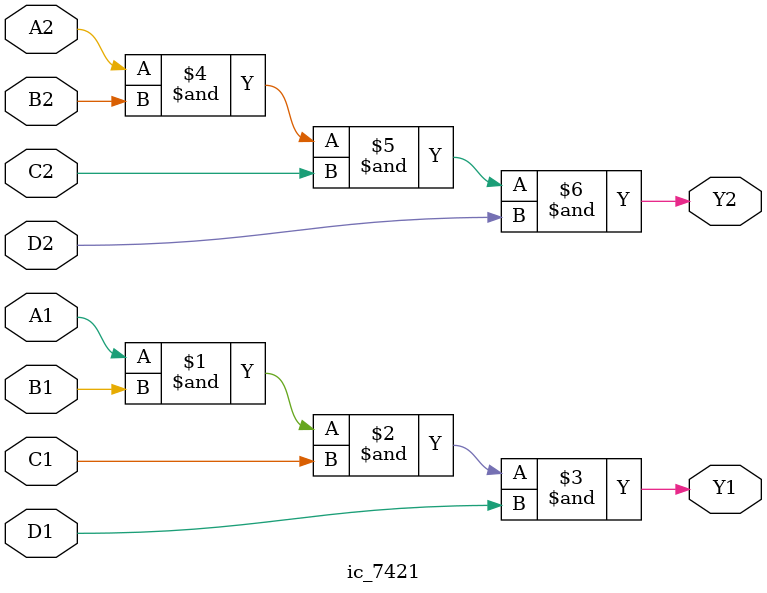
<source format=v>


module ic_7421(
    Y1, A1, B1, C1, D1,
    Y2, A2, B2, C2, D2);
    output Y1, Y2;
    input A1, A2;
    input B1, B2;
    input C1, C2;
    input D1, D2;

    assign Y1 = (A1 & B1 & C1 & D1); 
    assign Y2 = (A2 & B2 & C2 & D2);

endmodule

</source>
